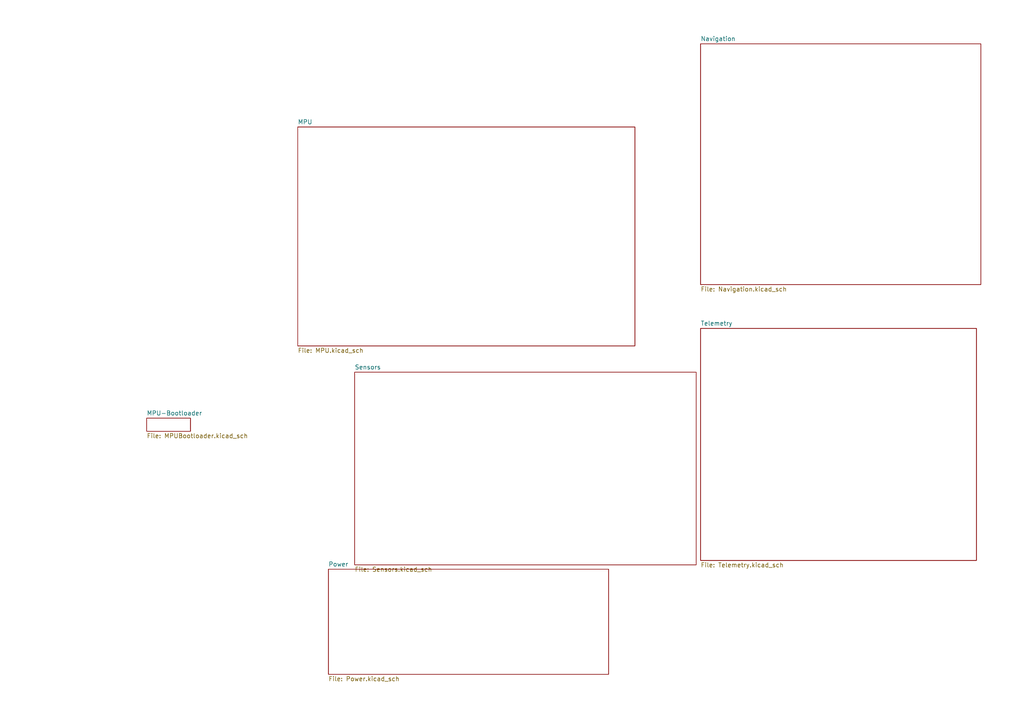
<source format=kicad_sch>
(kicad_sch
	(version 20250114)
	(generator "eeschema")
	(generator_version "9.0")
	(uuid "e8b263af-d576-40b7-a774-1c6d96794e54")
	(paper "A4")
	(title_block
		(title "Blitz")
		(date "2026-02-12")
	)
	(lib_symbols)
	(sheet
		(at 102.87 107.95)
		(size 99.06 55.88)
		(exclude_from_sim no)
		(in_bom yes)
		(on_board yes)
		(dnp no)
		(fields_autoplaced yes)
		(stroke
			(width 0.1524)
			(type solid)
		)
		(fill
			(color 0 0 0 0.0000)
		)
		(uuid "15fd4c35-84c4-4d4c-9c2f-0c9be770baef")
		(property "Sheetname" "Sensors"
			(at 102.87 107.2384 0)
			(effects
				(font
					(size 1.27 1.27)
				)
				(justify left bottom)
			)
		)
		(property "Sheetfile" "Sensors.kicad_sch"
			(at 102.87 164.4146 0)
			(effects
				(font
					(size 1.27 1.27)
				)
				(justify left top)
			)
		)
		(instances
			(project "Blitz"
				(path "/e8b263af-d576-40b7-a774-1c6d96794e54"
					(page "5")
				)
			)
		)
	)
	(sheet
		(at 203.2 95.25)
		(size 80.01 67.31)
		(exclude_from_sim no)
		(in_bom yes)
		(on_board yes)
		(dnp no)
		(fields_autoplaced yes)
		(stroke
			(width 0.1524)
			(type solid)
		)
		(fill
			(color 0 0 0 0.0000)
		)
		(uuid "1cc96743-78fe-4fb8-9377-b8cf3db2d524")
		(property "Sheetname" "Telemetry"
			(at 203.2 94.5384 0)
			(effects
				(font
					(size 1.27 1.27)
				)
				(justify left bottom)
			)
		)
		(property "Sheetfile" "Telemetry.kicad_sch"
			(at 203.2 163.1446 0)
			(effects
				(font
					(size 1.27 1.27)
				)
				(justify left top)
			)
		)
		(instances
			(project "Blitz"
				(path "/e8b263af-d576-40b7-a774-1c6d96794e54"
					(page "3")
				)
			)
		)
	)
	(sheet
		(at 86.36 36.83)
		(size 97.79 63.5)
		(exclude_from_sim no)
		(in_bom yes)
		(on_board yes)
		(dnp no)
		(fields_autoplaced yes)
		(stroke
			(width 0.1524)
			(type solid)
		)
		(fill
			(color 0 0 0 0.0000)
		)
		(uuid "4d38cde4-2da4-46a2-a85b-36f05d9f6710")
		(property "Sheetname" "MPU"
			(at 86.36 36.1184 0)
			(effects
				(font
					(size 1.27 1.27)
				)
				(justify left bottom)
			)
		)
		(property "Sheetfile" "MPU.kicad_sch"
			(at 86.36 100.9146 0)
			(effects
				(font
					(size 1.27 1.27)
				)
				(justify left top)
			)
		)
		(instances
			(project "Blitz"
				(path "/e8b263af-d576-40b7-a774-1c6d96794e54"
					(page "6")
				)
			)
		)
	)
	(sheet
		(at 42.545 121.285)
		(size 12.7 3.81)
		(exclude_from_sim no)
		(in_bom yes)
		(on_board yes)
		(dnp no)
		(fields_autoplaced yes)
		(stroke
			(width 0.1524)
			(type solid)
		)
		(fill
			(color 0 0 0 0.0000)
		)
		(uuid "5ef537cb-0f63-4925-9030-5c1558b6d930")
		(property "Sheetname" "MPU-Bootloader"
			(at 42.545 120.5734 0)
			(effects
				(font
					(size 1.27 1.27)
				)
				(justify left bottom)
			)
		)
		(property "Sheetfile" "MPUBootloader.kicad_sch"
			(at 42.545 125.6796 0)
			(effects
				(font
					(size 1.27 1.27)
				)
				(justify left top)
			)
		)
		(instances
			(project "Blitz"
				(path "/e8b263af-d576-40b7-a774-1c6d96794e54"
					(page "7")
				)
			)
		)
	)
	(sheet
		(at 95.25 165.1)
		(size 81.28 30.48)
		(exclude_from_sim no)
		(in_bom yes)
		(on_board yes)
		(dnp no)
		(fields_autoplaced yes)
		(stroke
			(width 0.1524)
			(type solid)
		)
		(fill
			(color 0 0 0 0.0000)
		)
		(uuid "916eb9f7-e1e7-4e3b-a6b6-6a58ceab14a6")
		(property "Sheetname" "Power"
			(at 95.25 164.3884 0)
			(effects
				(font
					(size 1.27 1.27)
				)
				(justify left bottom)
			)
		)
		(property "Sheetfile" "Power.kicad_sch"
			(at 95.25 196.1646 0)
			(effects
				(font
					(size 1.27 1.27)
				)
				(justify left top)
			)
		)
		(instances
			(project "Blitz"
				(path "/e8b263af-d576-40b7-a774-1c6d96794e54"
					(page "4")
				)
			)
		)
	)
	(sheet
		(at 203.2 12.7)
		(size 81.28 69.85)
		(exclude_from_sim no)
		(in_bom yes)
		(on_board yes)
		(dnp no)
		(fields_autoplaced yes)
		(stroke
			(width 0.1524)
			(type solid)
		)
		(fill
			(color 0 0 0 0.0000)
		)
		(uuid "b3498ea0-4292-4915-ba0e-b978ac08d83f")
		(property "Sheetname" "Navigation"
			(at 203.2 11.9884 0)
			(effects
				(font
					(size 1.27 1.27)
				)
				(justify left bottom)
			)
		)
		(property "Sheetfile" "Navigation.kicad_sch"
			(at 203.2 83.1346 0)
			(effects
				(font
					(size 1.27 1.27)
				)
				(justify left top)
			)
		)
		(instances
			(project "Blitz"
				(path "/e8b263af-d576-40b7-a774-1c6d96794e54"
					(page "2")
				)
			)
		)
	)
	(sheet_instances
		(path "/"
			(page "1")
		)
	)
	(embedded_fonts no)
)

</source>
